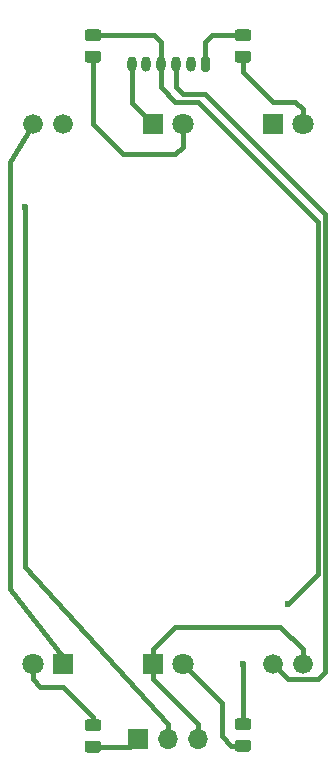
<source format=gtl>
%TF.GenerationSoftware,KiCad,Pcbnew,(5.1.10)-1*%
%TF.CreationDate,2021-09-22T20:24:30-07:00*%
%TF.ProjectId,project,70726f6a-6563-4742-9e6b-696361645f70,0.0*%
%TF.SameCoordinates,Original*%
%TF.FileFunction,Copper,L1,Top*%
%TF.FilePolarity,Positive*%
%FSLAX46Y46*%
G04 Gerber Fmt 4.6, Leading zero omitted, Abs format (unit mm)*
G04 Created by KiCad (PCBNEW (5.1.10)-1) date 2021-09-22 20:24:30*
%MOMM*%
%LPD*%
G01*
G04 APERTURE LIST*
%TA.AperFunction,ComponentPad*%
%ADD10O,0.800000X1.300000*%
%TD*%
%TA.AperFunction,ComponentPad*%
%ADD11R,1.700000X1.700000*%
%TD*%
%TA.AperFunction,ComponentPad*%
%ADD12O,1.700000X1.700000*%
%TD*%
%TA.AperFunction,ComponentPad*%
%ADD13C,1.676400*%
%TD*%
%TA.AperFunction,ComponentPad*%
%ADD14R,1.800000X1.800000*%
%TD*%
%TA.AperFunction,ComponentPad*%
%ADD15C,1.800000*%
%TD*%
%TA.AperFunction,ViaPad*%
%ADD16C,0.600000*%
%TD*%
%TA.AperFunction,Conductor*%
%ADD17C,0.406400*%
%TD*%
G04 APERTURE END LIST*
%TO.P,R13,2*%
%TO.N,/LED*%
%TA.AperFunction,SMDPad,CuDef*%
G36*
G01*
X62934001Y-139831500D02*
X62033999Y-139831500D01*
G75*
G02*
X61784000Y-139581501I0J249999D01*
G01*
X61784000Y-139056499D01*
G75*
G02*
X62033999Y-138806500I249999J0D01*
G01*
X62934001Y-138806500D01*
G75*
G02*
X63184000Y-139056499I0J-249999D01*
G01*
X63184000Y-139581501D01*
G75*
G02*
X62934001Y-139831500I-249999J0D01*
G01*
G37*
%TD.AperFunction*%
%TO.P,R13,1*%
%TO.N,Net-(D2-Pad2)*%
%TA.AperFunction,SMDPad,CuDef*%
G36*
G01*
X62934001Y-141656500D02*
X62033999Y-141656500D01*
G75*
G02*
X61784000Y-141406501I0J249999D01*
G01*
X61784000Y-140881499D01*
G75*
G02*
X62033999Y-140631500I249999J0D01*
G01*
X62934001Y-140631500D01*
G75*
G02*
X63184000Y-140881499I0J-249999D01*
G01*
X63184000Y-141406501D01*
G75*
G02*
X62934001Y-141656500I-249999J0D01*
G01*
G37*
%TD.AperFunction*%
%TD*%
%TO.P,J1,1*%
%TO.N,VCC*%
%TA.AperFunction,ComponentPad*%
G36*
G01*
X59709000Y-82989000D02*
X59709000Y-83889000D01*
G75*
G02*
X59509000Y-84089000I-200000J0D01*
G01*
X59109000Y-84089000D01*
G75*
G02*
X58909000Y-83889000I0J200000D01*
G01*
X58909000Y-82989000D01*
G75*
G02*
X59109000Y-82789000I200000J0D01*
G01*
X59509000Y-82789000D01*
G75*
G02*
X59709000Y-82989000I0J-200000D01*
G01*
G37*
%TD.AperFunction*%
D10*
%TO.P,J1,2*%
%TO.N,/NPN1*%
X58059000Y-83439000D03*
%TO.P,J1,3*%
%TO.N,/NPN2*%
X56809000Y-83439000D03*
%TO.P,J1,4*%
%TO.N,/LED*%
X55559000Y-83439000D03*
%TO.P,J1,5*%
%TO.N,/SERVO*%
X54309000Y-83439000D03*
%TO.P,J1,6*%
%TO.N,GND*%
X53059000Y-83439000D03*
%TD*%
D11*
%TO.P,J2,1*%
%TO.N,VCC*%
X53594000Y-140589000D03*
D12*
%TO.P,J2,2*%
%TO.N,/SERVO*%
X56134000Y-140589000D03*
%TO.P,J2,3*%
%TO.N,GND*%
X58674000Y-140589000D03*
%TD*%
D13*
%TO.P,Q2,2*%
%TO.N,GND*%
X67564000Y-134219000D03*
%TO.P,Q2,1*%
%TO.N,/NPN2*%
X65024000Y-134219000D03*
%TD*%
%TO.P,Q1,2*%
%TO.N,GND*%
X44704000Y-88519000D03*
%TO.P,Q1,1*%
%TO.N,/NPN1*%
X47244000Y-88519000D03*
%TD*%
D14*
%TO.P,D8,1*%
%TO.N,GND*%
X65024000Y-88519000D03*
D15*
%TO.P,D8,2*%
%TO.N,Net-(D8-Pad2)*%
X67564000Y-88519000D03*
%TD*%
D14*
%TO.P,D7,1*%
%TO.N,GND*%
X47244000Y-134239000D03*
D15*
%TO.P,D7,2*%
%TO.N,Net-(D7-Pad2)*%
X44704000Y-134239000D03*
%TD*%
D14*
%TO.P,D1,1*%
%TO.N,GND*%
X54864000Y-88519000D03*
D15*
%TO.P,D1,2*%
%TO.N,Net-(D1-Pad2)*%
X57404000Y-88519000D03*
%TD*%
D14*
%TO.P,D2,1*%
%TO.N,GND*%
X54864000Y-134239000D03*
D15*
%TO.P,D2,2*%
%TO.N,Net-(D2-Pad2)*%
X57404000Y-134239000D03*
%TD*%
%TO.P,R10,1*%
%TO.N,Net-(D8-Pad2)*%
%TA.AperFunction,SMDPad,CuDef*%
G36*
G01*
X62934001Y-83316500D02*
X62033999Y-83316500D01*
G75*
G02*
X61784000Y-83066501I0J249999D01*
G01*
X61784000Y-82541499D01*
G75*
G02*
X62033999Y-82291500I249999J0D01*
G01*
X62934001Y-82291500D01*
G75*
G02*
X63184000Y-82541499I0J-249999D01*
G01*
X63184000Y-83066501D01*
G75*
G02*
X62934001Y-83316500I-249999J0D01*
G01*
G37*
%TD.AperFunction*%
%TO.P,R10,2*%
%TO.N,VCC*%
%TA.AperFunction,SMDPad,CuDef*%
G36*
G01*
X62934001Y-81491500D02*
X62033999Y-81491500D01*
G75*
G02*
X61784000Y-81241501I0J249999D01*
G01*
X61784000Y-80716499D01*
G75*
G02*
X62033999Y-80466500I249999J0D01*
G01*
X62934001Y-80466500D01*
G75*
G02*
X63184000Y-80716499I0J-249999D01*
G01*
X63184000Y-81241501D01*
G75*
G02*
X62934001Y-81491500I-249999J0D01*
G01*
G37*
%TD.AperFunction*%
%TD*%
%TO.P,R11,2*%
%TO.N,VCC*%
%TA.AperFunction,SMDPad,CuDef*%
G36*
G01*
X49333999Y-140711500D02*
X50234001Y-140711500D01*
G75*
G02*
X50484000Y-140961499I0J-249999D01*
G01*
X50484000Y-141486501D01*
G75*
G02*
X50234001Y-141736500I-249999J0D01*
G01*
X49333999Y-141736500D01*
G75*
G02*
X49084000Y-141486501I0J249999D01*
G01*
X49084000Y-140961499D01*
G75*
G02*
X49333999Y-140711500I249999J0D01*
G01*
G37*
%TD.AperFunction*%
%TO.P,R11,1*%
%TO.N,Net-(D7-Pad2)*%
%TA.AperFunction,SMDPad,CuDef*%
G36*
G01*
X49333999Y-138886500D02*
X50234001Y-138886500D01*
G75*
G02*
X50484000Y-139136499I0J-249999D01*
G01*
X50484000Y-139661501D01*
G75*
G02*
X50234001Y-139911500I-249999J0D01*
G01*
X49333999Y-139911500D01*
G75*
G02*
X49084000Y-139661501I0J249999D01*
G01*
X49084000Y-139136499D01*
G75*
G02*
X49333999Y-138886500I249999J0D01*
G01*
G37*
%TD.AperFunction*%
%TD*%
%TO.P,R14,1*%
%TO.N,Net-(D1-Pad2)*%
%TA.AperFunction,SMDPad,CuDef*%
G36*
G01*
X50234001Y-83316500D02*
X49333999Y-83316500D01*
G75*
G02*
X49084000Y-83066501I0J249999D01*
G01*
X49084000Y-82541499D01*
G75*
G02*
X49333999Y-82291500I249999J0D01*
G01*
X50234001Y-82291500D01*
G75*
G02*
X50484000Y-82541499I0J-249999D01*
G01*
X50484000Y-83066501D01*
G75*
G02*
X50234001Y-83316500I-249999J0D01*
G01*
G37*
%TD.AperFunction*%
%TO.P,R14,2*%
%TO.N,/LED*%
%TA.AperFunction,SMDPad,CuDef*%
G36*
G01*
X50234001Y-81491500D02*
X49333999Y-81491500D01*
G75*
G02*
X49084000Y-81241501I0J249999D01*
G01*
X49084000Y-80716499D01*
G75*
G02*
X49333999Y-80466500I249999J0D01*
G01*
X50234001Y-80466500D01*
G75*
G02*
X50484000Y-80716499I0J-249999D01*
G01*
X50484000Y-81241501D01*
G75*
G02*
X50234001Y-81491500I-249999J0D01*
G01*
G37*
%TD.AperFunction*%
%TD*%
D16*
%TO.N,/SERVO*%
X44069000Y-95504000D03*
%TO.N,/LED*%
X66294000Y-129159000D03*
X62484000Y-134239000D03*
%TD*%
D17*
%TO.N,GND*%
X53059000Y-86714000D02*
X54864000Y-88519000D01*
X53059000Y-84074000D02*
X53059000Y-86714000D01*
X54864000Y-134239000D02*
X54864000Y-135509000D01*
X58674000Y-139319000D02*
X58674000Y-140589000D01*
X54864000Y-135509000D02*
X58674000Y-139319000D01*
X67564000Y-134219000D02*
X67564000Y-132969000D01*
X67564000Y-132969000D02*
X65659000Y-131064000D01*
X65659000Y-131064000D02*
X56769000Y-131064000D01*
X54864000Y-132969000D02*
X54864000Y-134239000D01*
X56769000Y-131064000D02*
X54864000Y-132969000D01*
X42799000Y-91694000D02*
X42799000Y-127889000D01*
X47244000Y-133604000D02*
X47244000Y-134239000D01*
X42799000Y-127889000D02*
X47244000Y-133604000D01*
X44704000Y-88519000D02*
X42799000Y-91694000D01*
%TO.N,VCC*%
X62484000Y-80979000D02*
X59864000Y-80979000D01*
X59864000Y-80979000D02*
X59309000Y-81534000D01*
X52959000Y-141224000D02*
X53594000Y-140589000D01*
X49784000Y-141224000D02*
X52959000Y-141224000D01*
X59309000Y-81534000D02*
X59309000Y-83439000D01*
%TO.N,Net-(D7-Pad2)*%
X44704000Y-134239000D02*
X44704000Y-135509000D01*
X44704000Y-135509000D02*
X45339000Y-136144000D01*
X45339000Y-136144000D02*
X47244000Y-136144000D01*
X49784000Y-138684000D02*
X49784000Y-139399000D01*
X47244000Y-136144000D02*
X49784000Y-138684000D01*
%TO.N,Net-(D8-Pad2)*%
X67564000Y-88519000D02*
X67564000Y-87249000D01*
X67564000Y-87249000D02*
X66929000Y-86614000D01*
X66929000Y-86614000D02*
X65024000Y-86614000D01*
X62484000Y-84074000D02*
X62484000Y-82804000D01*
X65024000Y-86614000D02*
X62484000Y-84074000D01*
%TO.N,/NPN2*%
X65024000Y-134219000D02*
X66294000Y-135489000D01*
X66294000Y-135489000D02*
X68854000Y-135489000D01*
X68854000Y-135489000D02*
X69469000Y-134874000D01*
X69469000Y-134874000D02*
X69469000Y-96139000D01*
X69469000Y-96139000D02*
X59309000Y-85979000D01*
X59309000Y-85979000D02*
X57404000Y-85979000D01*
X56809000Y-85384000D02*
X56809000Y-84074000D01*
X57404000Y-85979000D02*
X56809000Y-85384000D01*
%TO.N,/SERVO*%
X56134000Y-140589000D02*
X56134000Y-139319000D01*
X56134000Y-139319000D02*
X44069000Y-125984000D01*
X44069000Y-125984000D02*
X44069000Y-95504000D01*
%TO.N,Net-(D1-Pad2)*%
X57404000Y-88519000D02*
X57404000Y-90424000D01*
X57404000Y-90424000D02*
X56769000Y-91059000D01*
X56769000Y-91059000D02*
X52324000Y-91059000D01*
X49784000Y-88519000D02*
X49784000Y-82804000D01*
X52324000Y-91059000D02*
X49784000Y-88519000D01*
%TO.N,Net-(D2-Pad2)*%
X62484000Y-141144000D02*
X61515000Y-141144000D01*
X61515000Y-141144000D02*
X60706000Y-140335000D01*
X60706000Y-137541000D02*
X57404000Y-134239000D01*
X60706000Y-140335000D02*
X60706000Y-137541000D01*
%TO.N,/LED*%
X62484000Y-139319000D02*
X62484000Y-139399000D01*
X55559000Y-84074000D02*
X55559000Y-81594000D01*
X54944000Y-80979000D02*
X49784000Y-80979000D01*
X55559000Y-81594000D02*
X54944000Y-80979000D01*
X55559000Y-84074000D02*
X55559000Y-85404000D01*
X55559000Y-85404000D02*
X56769000Y-86614000D01*
X56769000Y-86614000D02*
X58674000Y-86614000D01*
X58674000Y-86614000D02*
X68834000Y-96774000D01*
X68834000Y-126619000D02*
X66294000Y-129159000D01*
X68834000Y-96774000D02*
X68834000Y-126619000D01*
X62484000Y-134239000D02*
X62484000Y-136779000D01*
X62484000Y-136779000D02*
X62484000Y-139319000D01*
%TD*%
M02*

</source>
